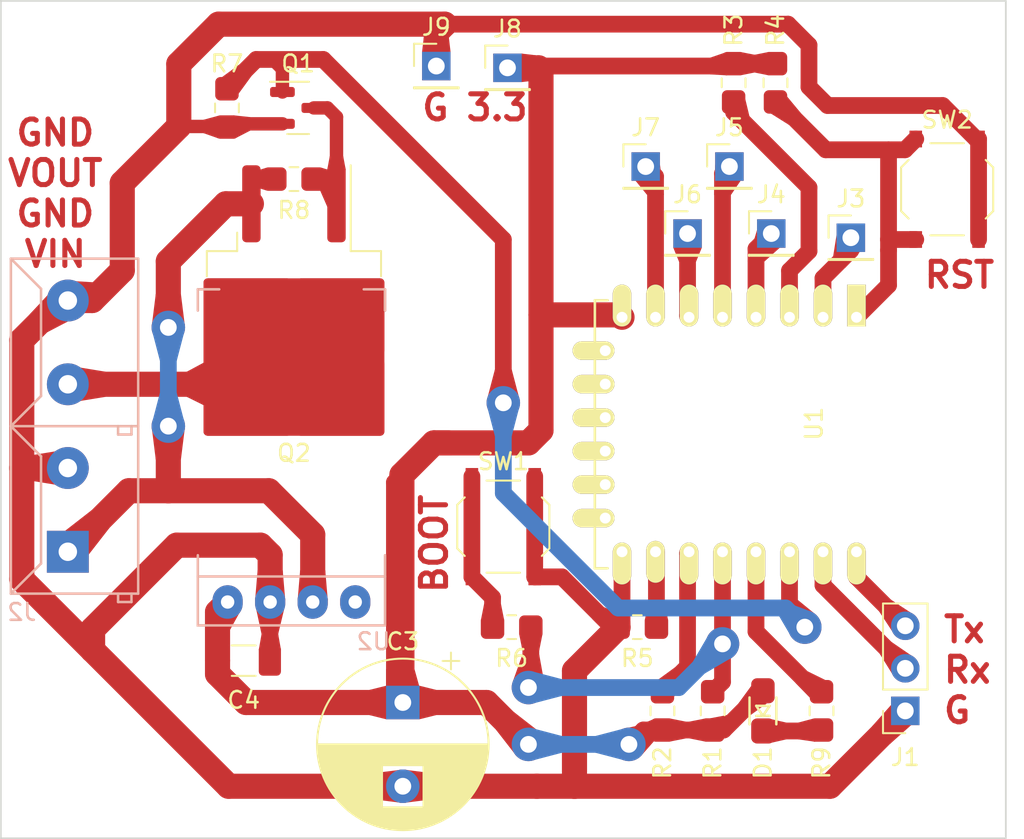
<source format=kicad_pcb>
(kicad_pcb (version 20221018) (generator pcbnew)

  (general
    (thickness 1.6)
  )

  (paper "A4")
  (layers
    (0 "F.Cu" signal)
    (31 "B.Cu" signal)
    (32 "B.Adhes" user "B.Adhesive")
    (33 "F.Adhes" user "F.Adhesive")
    (34 "B.Paste" user)
    (35 "F.Paste" user)
    (36 "B.SilkS" user "B.Silkscreen")
    (37 "F.SilkS" user "F.Silkscreen")
    (38 "B.Mask" user)
    (39 "F.Mask" user)
    (40 "Dwgs.User" user "User.Drawings")
    (41 "Cmts.User" user "User.Comments")
    (42 "Eco1.User" user "User.Eco1")
    (43 "Eco2.User" user "User.Eco2")
    (44 "Edge.Cuts" user)
    (45 "Margin" user)
    (46 "B.CrtYd" user "B.Courtyard")
    (47 "F.CrtYd" user "F.Courtyard")
    (48 "B.Fab" user)
    (49 "F.Fab" user)
    (50 "User.1" user)
    (51 "User.2" user)
    (52 "User.3" user)
    (53 "User.4" user)
    (54 "User.5" user)
    (55 "User.6" user)
    (56 "User.7" user)
    (57 "User.8" user)
    (58 "User.9" user)
  )

  (setup
    (pad_to_mask_clearance 0)
    (pcbplotparams
      (layerselection 0x00010fc_ffffffff)
      (plot_on_all_layers_selection 0x0000000_00000000)
      (disableapertmacros false)
      (usegerberextensions false)
      (usegerberattributes true)
      (usegerberadvancedattributes true)
      (creategerberjobfile true)
      (dashed_line_dash_ratio 12.000000)
      (dashed_line_gap_ratio 3.000000)
      (svgprecision 4)
      (plotframeref false)
      (viasonmask false)
      (mode 1)
      (useauxorigin false)
      (hpglpennumber 1)
      (hpglpenspeed 20)
      (hpglpendiameter 15.000000)
      (dxfpolygonmode true)
      (dxfimperialunits true)
      (dxfusepcbnewfont true)
      (psnegative false)
      (psa4output false)
      (plotreference true)
      (plotvalue true)
      (plotinvisibletext false)
      (sketchpadsonfab false)
      (subtractmaskfromsilk false)
      (outputformat 1)
      (mirror false)
      (drillshape 1)
      (scaleselection 1)
      (outputdirectory "")
    )
  )

  (net 0 "")
  (net 1 "+12V")
  (net 2 "GND")
  (net 3 "+3.3V")
  (net 4 "Net-(D1-K)")
  (net 5 "Net-(J1-Pin_2)")
  (net 6 "Net-(J1-Pin_3)")
  (net 7 "Net-(J2-Pin_3)")
  (net 8 "Net-(J4-Pin_1)")
  (net 9 "/RE_SW")
  (net 10 "Net-(Q1-D)")
  (net 11 "/GPIO0")
  (net 12 "/GPIO2")
  (net 13 "/EN")
  (net 14 "/nRST")
  (net 15 "/GPIO15")
  (net 16 "Net-(R6-Pad1)")
  (net 17 "/LED")
  (net 18 "unconnected-(U1-CS0-Pad17)")
  (net 19 "unconnected-(U1-MISO-Pad18)")
  (net 20 "unconnected-(U1-GPIO9-Pad19)")
  (net 21 "unconnected-(U1-GPIO10-Pad20)")
  (net 22 "unconnected-(U1-MOSI-Pad21)")
  (net 23 "unconnected-(U1-SCLK-Pad22)")
  (net 24 "Net-(J3-Pin_1)")
  (net 25 "Net-(J5-Pin_1)")
  (net 26 "Net-(J6-Pin_1)")
  (net 27 "Net-(J7-Pin_1)")
  (net 28 "unconnected-(U2-EN-Pad4)")

  (footprint "Button_Switch_SMD:SW_Push_1P1T_XKB_TS-1187A" (layer "F.Cu") (at 87.5 41.25 -90))

  (footprint "ondrovo:RC_0805_HandSolder_Largepad" (layer "F.Cu") (at 70.5 72.393 90))

  (footprint "ondrovo:RC_0805_HandSolder_Largepad" (layer "F.Cu") (at 61.5 67.393))

  (footprint "ondrovo:RC_0805_HandSolder_Largepad" (layer "F.Cu") (at 73.5 72.393 90))

  (footprint "ondrovo:RC_0805_HandSolder_Largepad" (layer "F.Cu") (at 69 67.393))

  (footprint "ondrovo:RC_0805_HandSolder_Largepad" (layer "F.Cu") (at 77.25 34.893 -90))

  (footprint "Capacitor_SMD:C_1206_3216Metric_Pad1.33x1.80mm_HandSolder" (layer "F.Cu") (at 45.5 69.393))

  (footprint "ondrovo:RC_0805_HandSolder_Largepad" (layer "F.Cu") (at 44.5 36.393 -90))

  (footprint "Connector_PinSocket_2.54mm:PinSocket_1x03_P2.54mm_Vertical" (layer "F.Cu") (at 85 72.393 180))

  (footprint "ondrovo:LED_0805_Arrow" (layer "F.Cu") (at 76.5 72.393 90))

  (footprint "Package_TO_SOT_SMD:TO-263-2" (layer "F.Cu") (at 48.5 49.768 -90))

  (footprint "esp8266:ESP-12E" (layer "F.Cu") (at 82.0875 48.893 -90))

  (footprint "Connector_PinHeader_2.54mm:PinHeader_1x01_P2.54mm_Vertical" (layer "F.Cu") (at 69.5 39.893))

  (footprint "Connector_PinHeader_2.54mm:PinHeader_1x01_P2.54mm_Vertical" (layer "F.Cu") (at 72 43.893))

  (footprint "Capacitor_THT:CP_Radial_D10.0mm_P5.00mm" (layer "F.Cu") (at 55 71.893 -90))

  (footprint "Connector_PinHeader_2.54mm:PinHeader_1x01_P2.54mm_Vertical" (layer "F.Cu") (at 77 43.893))

  (footprint "ondrovo:RC_0805_HandSolder_Largepad" (layer "F.Cu") (at 48.5 40.643))

  (footprint "ondrovo:RC_0805_HandSolder_Largepad" (layer "F.Cu") (at 80 72.393 -90))

  (footprint "Button_Switch_SMD:SW_Push_1P1T_XKB_TS-1187A" (layer "F.Cu") (at 61 61.393 -90))

  (footprint "Package_TO_SOT_SMD:SOT-23" (layer "F.Cu") (at 48.75 36.393))

  (footprint "ondrovo:RC_0805_HandSolder_Largepad" (layer "F.Cu") (at 74.75 34.893 -90))

  (footprint "Connector_PinHeader_2.54mm:PinHeader_1x01_P2.54mm_Vertical" (layer "F.Cu") (at 61.25 34))

  (footprint "Connector_PinHeader_2.54mm:PinHeader_1x01_P2.54mm_Vertical" (layer "F.Cu") (at 81.75 44.143))

  (footprint "Connector_PinHeader_2.54mm:PinHeader_1x01_P2.54mm_Vertical" (layer "F.Cu") (at 74.5 39.893))

  (footprint "Connector_PinHeader_2.54mm:PinHeader_1x01_P2.54mm_Vertical" (layer "F.Cu") (at 57 33.893))

  (footprint "ondrovo:OSKJ-SMPS" (layer "B.Cu") (at 44.54 65.893))

  (footprint "ondrovo:TerminalBlock_KLS301-5.00_4" (layer "B.Cu") (at 35 62.893 90))

  (gr_rect (start 31 30) (end 91 80)
    (stroke (width 0.1) (type default)) (fill none) (layer "Edge.Cuts") (tstamp 2c8b136f-56cb-4287-8dd1-acd037dc725e))
  (gr_text "GND\nVOUT\nGND\nVIN" (at 34.25 46) (layer "F.Cu") (tstamp 23ebc063-5928-4926-b45d-ae2035d40565)
    (effects (font (size 1.5 1.5) (thickness 0.3) bold) (justify bottom))
  )
  (gr_text "G 3.3" (at 56 37.25) (layer "F.Cu") (tstamp 8f674aa8-facb-4dc4-9ff2-a2ed6e8af222)
    (effects (font (size 1.5 1.5) (thickness 0.3) bold) (justify left bottom))
  )
  (gr_text "BOOT" (at 57.75 65.5 90) (layer "F.Cu") (tstamp a45ca702-801b-44a4-ad1e-4b0379ada069)
    (effects (font (size 1.5 1.5) (thickness 0.3) bold) (justify left bottom))
  )
  (gr_text "RST" (at 86 47.25) (layer "F.Cu") (tstamp c0c5d524-0c28-486c-9139-0ddd4b9003a8)
    (effects (font (size 1.5 1.5) (thickness 0.3) bold) (justify left bottom))
  )
  (gr_text "Tx\nRx\nG" (at 87.15 73.243) (layer "F.Cu") (tstamp f1ce31b2-a637-4db0-9880-47ad8c796dcf)
    (effects (font (size 1.5 1.5) (thickness 0.3) bold) (justify left bottom))
  )

  (segment (start 41 59.25) (end 41 55.393) (width 1.5) (layer "F.Cu") (net 1) (tstamp 06910c34-4ee4-485e-9c53-05f60ade3c5f))
  (segment (start 44.43261 42.118) (end 41 45.55061) (width 1.5) (layer "F.Cu") (net 1) (tstamp 10cfa475-f4e6-4bb5-a634-3de7b855add2))
  (segment (start 41 45.55061) (end 41 49.5) (width 1.5) (layer "F.Cu") (net 1) (tstamp 1bebbae2-d146-44ca-9d07-981f1db03893))
  (segment (start 45.96 42.118) (end 44.43261 42.118) (width 1.5) (layer "F.Cu") (net 1) (tstamp 273373fe-1fad-47a7-88c1-e24cdadf5e88))
  (segment (start 47 59.25) (end 41 59.25) (width 1.5) (layer "F.Cu") (net 1) (tstamp 3644fec9-1391-4191-9c6b-4476b0b32f1c))
  (segment (start 35 62.893) (end 38.643 59.25) (width 1.5) (layer "F.Cu") (net 1) (tstamp 37750173-cb14-427d-beea-d5c154c5f498))
  (segment (start 47.357 40.643) (end 45.96 40.643) (width 0.8) (layer "F.Cu") (net 1) (tstamp 464a2749-d02a-4dcb-a438-9326a18d5890))
  (segment (start 49.62 65.893) (end 49.62 61.87) (width 1.5) (layer "F.Cu") (net 1) (tstamp 71ca141d-c8db-4e96-9f6a-c9332f52b673))
  (segment (start 49.62 61.87) (end 47 59.25) (width 1.5) (layer "F.Cu") (net 1) (tstamp 8004eaca-4185-4832-8d6a-16645d4a0832))
  (segment (start 38.643 59.25) (end 41 59.25) (width 1.5) (layer "F.Cu") (net 1) (tstamp f7016363-a369-435d-937b-84aa800483d8))
  (via (at 41 49.5) (size 2) (drill 1) (layers "F.Cu" "B.Cu") (net 1) (tstamp 2da4e840-9808-4b76-b632-2348036711dc))
  (via (at 41 55.393) (size 2) (drill 1) (layers "F.Cu" "B.Cu") (net 1) (tstamp bdb70721-d8b0-4472-aac4-c8abc109c6cd))
  (segment (start 41 55.393) (end 41 49.5) (width 1) (layer "B.Cu") (net 1) (tstamp a7077fcd-76e5-47f9-98a9-6fc3bd90a0f6))
  (segment (start 32.25 64.543) (end 36.4785 68.7715) (width 1.5) (layer "F.Cu") (net 2) (tstamp 00d1b1da-a684-452e-b33f-acc1fef6fb6d))
  (segment (start 38.25 40.875) (end 41.625 37.5) (width 1.5) (layer "F.Cu") (net 2) (tstamp 0a11c5dc-105d-4077-a320-5da01bcfebd5))
  (segment (start 41.625 33.768) (end 44 31.393) (width 1.5) (layer "F.Cu") (net 2) (tstamp 12b864bc-ad51-404d-a055-d5cfcd6c48a5))
  (segment (start 80.5 76.893) (end 85 72.393) (width 1.5) (layer "F.Cu") (net 2) (tstamp 1504fd66-3195-42a0-9f48-47af71c83ce5))
  (segment (start 47.08 63.08) (end 46.5 62.5) (width 1.5) (layer "F.Cu") (net 2) (tstamp 1673193b-3552-4af5-836d-addd5698fd42))
  (segment (start 44 31.393) (end 57.5 31.393) (width 1.5) (layer "F.Cu") (net 2) (tstamp 18c03819-1c4c-4946-9ded-7932bc41de26))
  (segment (start 34.607 47.893) (end 32.25 50.25) (width 1.5) (layer "F.Cu") (net 2) (tstamp 1a648184-b1cb-4555-9795-5791b76ea6cf))
  (segment (start 79.25 35.143) (end 80.357 36.25) (width 1) (layer "F.Cu") (net 2) (tstamp 1fdc90a4-03d0-4255-bcee-f74cecfcba0e))
  (segment (start 41.5 62.5) (end 36.4785 67.5215) (width 1.5) (layer "F.Cu") (net 2) (tstamp 20deea61-c07f-4cb2-a108-e0bf80399708))
  (segment (start 62.875 64.393) (end 62.875 58.393) (width 1) (layer "F.Cu") (net 2) (tstamp 23863523-9964-4de4-974a-4fc42c7f8cdd))
  (segment (start 63 76.893) (end 65.25 76.893) (width 1.5) (layer "F.Cu") (net 2) (tstamp 26bb756a-5e4e-4690-8b80-713472fdfe7d))
  (segment (start 41.625 37.5) (end 41.625 33.768) (width 1.5) (layer "F.Cu") (net 2) (tstamp 2991ee76-b1cc-41b8-a1ce-4fefa8adf36c))
  (segment (start 65.25 76.893) (end 65.25 70) (width 1.5) (layer "F.Cu") (net 2) (tstamp 2e206729-431a-4085-ae6a-b444b3738733))
  (segment (start 32.25 50.25) (end 32.25 57.893) (width 1.5) (layer "F.Cu") (net 2) (tstamp 3f2179f0-b18e-4141-add1-ad270bfd12e7))
  (segment (start 44.5 37.536) (end 44.464 37.5) (width 0.8) (layer "F.Cu") (net 2) (tstamp 486d35bf-9705-482c-9179-657dd9834bd1))
  (segment (start 89.375 44.25) (end 89.375 38.25) (width 1) (layer "F.Cu") (net 2) (tstamp 543207f5-8e35-450b-be3b-f252a2084e70))
  (segment (start 35 47.893) (end 34.607 47.893) (width 1.5) (layer "F.Cu") (net 2) (tstamp 54458688-1e51-4e55-9bca-2a0819445144))
  (segment (start 47.8125 37.343) (end 44.693 37.343) (width 0.8) (layer "F.Cu") (net 2) (tstamp 5529eb6c-74d1-477b-8265-35796059e98e))
  (segment (start 36.4785 68.7715) (end 44.6 76.893) (width 1.5) (layer "F.Cu") (net 2) (tstamp 59d2d1f2-9e1d-4306-96d2-57acdd7ae311))
  (segment (start 68.0875 62.893) (end 68.0875 67.1625) (width 1) (layer "F.Cu") (net 2) (tstamp 5fae86ac-9a22-4c55-ad85-c261b85fcf25))
  (segment (start 62.875 64.393) (end 64.5 64.393) (width 1) (layer "F.Cu") (net 2) (tstamp 63a1b049-fa0c-4479-8e46-75f76bcf1002))
  (segment (start 80.357 36.25) (end 87.232 36.25) (width 1) (layer "F.Cu") (net 2) (tstamp 654a578a-3d58-4040-bb92-e0dc23af807a))
  (segment (start 47.08 65.893) (end 47.08 63.08) (width 1.5) (layer "F.Cu") (net 2) (tstamp 70abecf2-2e0a-4327-9dde-ef57ebc56a96))
  (segment (start 35 47.893) (end 36.454772 47.893) (width 1.5) (layer "F.Cu") (net 2) (tstamp 8043a0b8-6e0a-40a2-9ebd-44bab4292b55))
  (segment (start 47.0625 69.393) (end 47.0625 65.9105) (width 1) (layer "F.Cu") (net 2) (tstamp 80c1b0d9-d3ee-4b0d-b169-6dbfad9c50da))
  (segment (start 38.25 46.097772) (end 38.25 40.875) (width 1.5) (layer "F.Cu") (net 2) (tstamp 8b53c607-50e1-498e-bb5f-f9b3b00c7495))
  (segment (start 55 76.893) (end 63 76.893) (width 1.5) (layer "F.Cu") (net 2) (tstamp 8cf2a7df-6df1-4692-bcd1-a6c9ba92a6f0))
  (segment (start 65.25 70) (end 67.857 67.393) (width 1.5) (layer "F.Cu") (net 2) (tstamp 94f2d031-7dec-4a8b-9ec0-2a9e086eea81))
  (segment (start 36.454772 47.893) (end 38.25 46.097772) (width 1.5) (layer "F.Cu") (net 2) (tstamp 9937b06e-7077-4372-a052-ea49e27e48bc))
  (segment (start 79.25 32.643) (end 79.25 35.143) (width 1) (layer "F.Cu") (net 2) (tstamp 9b4dcca0-4426-4bd8-9d64-81022c40c7b3))
  (segment (start 57.5 31.393) (end 78 31.393) (width 1) (layer "F.Cu") (net 2) (tstamp a3d6cab4-aaf7-43e9-9222-3abf606c25f2))
  (segment (start 67.5 67.393) (end 67.857 67.393) (width 1) (layer "F.Cu") (net 2) (tstamp a3f4124f-6902-46e6-9334-76226be8a16b))
  (segment (start 64.5 64.393) (end 67.5 67.393) (width 1) (layer "F.Cu") (net 2) (tstamp accc1d29-7651-4f25-ae8d-66bfcec3efee))
  (segment (start 87.232 36.25) (end 89.232 38.25) (width 1) (layer "F.Cu") (net 2) (tstamp bb9f48a8-fff8-4a66-9353-2ae9b70186e2))
  (segment (start 68.0875 67.1625) (end 67.857 67.393) (width 1) (layer "F.Cu") (net 2) (tstamp c0f5bf89-8990-4037-902f-ce2ff125be5b))
  (segment (start 36.4785 67.5215) (end 36.4785 68.7715) (width 1.5) (layer "F.Cu") (net 2) (tstamp c9d8fde8-a15d-4c3f-88fd-41a2d2a0079f))
  (segment (start 46.5 62.5) (end 41.5 62.5) (width 1.5) (layer "F.Cu") (net 2) (tstamp cef7ce62-37e4-46b5-9319-558cc5e478db))
  (segment (start 78 31.393) (end 79.25 32.643) (width 1) (layer "F.Cu") (net 2) (tstamp d15e55a8-a00a-4ae0-b716-e05f151d6d07))
  (segment (start 44.6 76.893) (end 55 76.893) (width 1.5) (layer "F.Cu") (net 2) (tstamp d1dc8eff-5047-42a0-b3a0-057788a0eb04))
  (segment (start 44.464 37.5) (end 41.625 37.5) (width 0.8) (layer "F.Cu") (net 2) (tstamp d62debdd-6215-4ccf-baf8-e204b282d2e3))
  (segment (start 35 57.893) (end 32.25 57.893) (width 1.5) (layer "F.Cu") (net 2) (tstamp d6b5b362-3f3b-48d1-8aa5-4bc80080b410))
  (segment (start 57 31.893) (end 57.5 31.393) (width 1.5) (layer "F.Cu") (net 2) (tstamp f3410283-ef03-43de-b3f6-14031ec176a1))
  (segment (start 65.25 76.893) (end 80.5 76.893) (width 1.5) (layer "F.Cu") (net 2) (tstamp f3f137f3-a5b2-4cc7-9c51-af5c3330dc1b))
  (segment (start 32.25 57.893) (end 32.25 64.543) (width 1.5) (layer "F.Cu") (net 2) (tstamp fabbbbc6-dc38-4d25-adb0-61f5b88edf52))
  (segment (start 89.232 38.25) (end 89.375 38.25) (width 1) (layer "F.Cu") (net 2) (tstamp fbe25706-a526-44c3-9221-454e8222a168))
  (segment (start 57 33.893) (end 57 31.893) (width 1.5) (layer "F.Cu") (net 2) (tstamp ff740578-ffa7-4bbf-8075-c1919b723f8a))
  (segment (start 67.9445 48.75) (end 68.0875 48.893) (width 1.5) (layer "F.Cu") (net 3) (tstamp 0413235d-08cd-4198-ad80-89272323c1d2))
  (segment (start 56.857 56.393) (end 62.5 56.393) (width 1.5) (layer "F.Cu") (net 3) (tstamp 05c7f8db-f699-41dc-ab8e-fb3f4b2d1665))
  (segment (start 43.9375 66.4955) (end 44.54 65.893) (width 1.5) (layer "F.Cu") (net 3) (tstamp 0fbb1ef3-ed8f-4907-89f6-ec297d2c7429))
  (segment (start 56.857 56.393) (end 57.75 56.393) (width 1.5) (layer "F.Cu") (net 3) (tstamp 1380aa09-ab8a-4f9a-b85d-4428e67671bd))
  (segment (start 45.643 71.893) (end 55 71.893) (width 1.5) (layer "F.Cu") (net 3) (tstamp 25c074c1-50e8-445d-bbdb-524ef8d61dae))
  (segment (start 63.25 48.75) (end 67.9445 48.75) (width 1.5) (layer "F.Cu") (net 3) (tstamp 33bf29c8-bed3-45e4-8a5b-b7dc5a22fcb9))
  (segment (start 55 71.893) (end 60 71.893) (width 1.5) (layer "F.Cu") (net 3) (tstamp 3b2b501a-0ba6-449c-a0f0-a0890a0fb47d))
  (segment (start 60 71.893) (end 62.5 74.393) (width 1.5) (layer "F.Cu") (net 3) (tstamp 3f2df08d-9d39-44b5-a3d2-566e2275c9c9))
  (segment (start 63.25 55.643) (end 63.25 48.75) (width 1.5) (layer "F.Cu") (net 3) (tstamp 43015052-fbf0-40ee-a910-85cb5e4d24ef))
  (segment (start 43.9375 69.393) (end 43.9375 66.4955) (width 1.5) (layer "F.Cu") (net 3) (tstamp 4637cb4c-7e94-4eb5-bbe0-7b2064d9a6c7))
  (segment (start 63.25 48.143) (end 63.25 34.143) (width 1) (layer "F.Cu") (net 3) (tstamp 489940ac-8b8e-42e1-9300-647e1cfc6432))
  (segment (start 73.5 73.536) (end 74.157 73.536) (width 1) (layer "F.Cu") (net 3) (tstamp 4a7f1b12-7b28-4dcf-9a97-0870a47c95da))
  (segment (start 69.357 73.536) (end 68.5 74.393) (width 1) (layer "F.Cu") (net 3) (tstamp 4e508826-ee13-4249-8625-3c563db76272))
  (segment (start 43.9375 70.1875) (end 45.643 71.893) (width 1.5) (layer "F.Cu") (net 3) (tstamp 5e6ab2c7-da0b-4ed9-990d-55b88f3f6dfa))
  (segment (start 55 71.893) (end 54.945537 71.838537) (width 1.5) (layer "F.Cu") (net 3) (tstamp 6c13abab-78d2-431e-bff7-a8d981f61222))
  (segment (start 63.25 55.643) (end 63.25 48.143) (width 1) (layer "F.Cu") (net 3) (tstamp 6d00e3d1-67d7-463d-b66a-0824b3e64eb1))
  (segment (start 70.5 73.536) (end 73.5 73.536) (width 1) (layer "F.Cu") (net 3) (tstamp 6f43e4c0-63e5-46fc-a3c4-bcc5359f0c9d))
  (segment (start 43.9375 69.393) (end 43.9375 70.1875) (width 1.5) (layer "F.Cu") (net 3) (tstamp 8084b57b-bc94-4fe0-ac36-872c54b5f0c3))
  (segment (start 54.945537 71.838537) (end 54.945537 58.304463) (width 1.5) (layer "F.Cu") (net 3) (tstamp 8414b720-6114-45ff-a31a-255f2caff768))
  (segment (start 74.157 73.536) (end 76.5 71.193) (width 1) (layer "F.Cu") (net 3) (tstamp af7fde44-ab79-490a-b239-32574c832a91))
  (segment (start 63.25 48.75) (end 63.25 34.143) (width 1.5) (layer "F.Cu") (net 3) (tstamp b00e0f17-3172-4b0f-9963-898cb04b4eae))
  (segment (start 70.5 73.536) (end 69.357 73.536) (width 1) (layer "F.Cu") (net 3) (tstamp b1a92c8e-a210-4a5f-b0b0-212e498624db))
  (segment (start 54.945537 58.304463) (end 56.857 56.393) (width 1.5) (layer "F.Cu") (net 3) (tstamp b1b13ce3-0de7-45c2-b5d3-215dc69ff20a))
  (segment (start 54.5 58.75) (end 56.857 56.393) (width 1) (layer "F.Cu") (net 3) (tstamp b89ac774-c59e-43ae-ac22-643ed460f670))
  (segment (start 57.75 56.393) (end 62.5 56.393) (width 1) (layer "F.Cu") (net 3) (tstamp b8c687cd-b45a-459d-8e65-1cde48d426b1))
  (segment (start 74.607 33.893) (end 61.357 33.893) (width 1) (layer "F.Cu") (net 3) (tstamp c085f7ad-21aa-4f0c-8794-9b27856f7a38))
  (segment (start 54.5 71.393) (end 54.5 58.75) (width 1) (layer "F.Cu") (net 3) (tstamp c9615717-1dda-4d57-a4b1-4741bbbe6464))
  (segment (start 63.107 34) (end 63.25 34.143) (width 1.5) (layer "F.Cu") (net 3) (tstamp cda0ffe5-901d-4a8b-977b-e4ecab885e6b))
  (segment (start 77.25 33.75) (end 74.75 33.75) (width 1) (layer "F.Cu") (net 3) (tstamp e22d549b-7fdb-4525-b26e-063faa6b5ba3))
  (segment (start 62.5 56.393) (end 63.25 55.643) (width 1.5) (layer "F.Cu") (net 3) (tstamp f5d55d0e-d3ee-49f4-8d30-6be144fd2cbf))
  (segment (start 63.25 48.75) (end 63.25 48.143) (width 1) (layer "F.Cu") (net 3) (tstamp f70be688-482e-44d2-a166-41d97f5a265c))
  (segment (start 61.25 34) (end 63.107 34) (width 1.5) (layer "F.Cu") (net 3) (tstamp fbcc0e1f-6cc0-466f-aba5-ff89a65cc1b4))
  (via (at 68.5 74.393) (size 2) (drill 1) (layers "F.Cu" "B.Cu") (net 3) (tstamp 53c303f7-8854-47f8-869b-51abf5bb08ce))
  (via (at 62.5 74.393) (size 2) (drill 1) (layers "F.Cu" "B.Cu") (net 3) (tstamp 9839d768-1e7b-4858-b0b4-6e643a6babcb))
  (segment (start 68.5 74.393) (end 62.5 74.393) (width 1) (layer "B.Cu") (net 3) (tstamp 1117648f-1edc-404d-b65c-c6ef386274dd))
  (segment (start 76.5 73.593) (end 79.943 73.593) (width 1) (layer "F.Cu") (net 4) (tstamp 478443f4-bb1f-4ed0-92c2-8e828ad86787))
  (segment (start 80.0875 64.893) (end 80.0875 62.893) (width 1) (layer "F.Cu") (net 5) (tstamp 756202c4-802e-4dc4-9c4a-324facb76fee))
  (segment (start 85 69.853) (end 85 69.8055) (width 1) (layer "F.Cu") (net 5) (tstamp 9166d4de-0d9e-4202-8d09-2b048959408d))
  (segment (start 85 69.8055) (end 80.0875 64.893) (width 1) (layer "F.Cu") (net 5) (tstamp f613c574-50ce-4ce4-a226-18f7f3f5eeaa))
  (segment (start 82.0875 64.4005) (end 85 67.313) (width 1) (layer "F.Cu") (net 6) (tstamp 4d979876-9c89-4fd5-b63c-8586439e86da))
  (segment (start 82.0875 62.893) (end 82.0875 64.4005) (width 1) (layer "F.Cu") (net 6) (tstamp 5afb1288-2915-4b15-8d88-f3791f729647))
  (segment (start 44.925 52.893) (end 45.725 53.693) (width 1.5) (layer "F.Cu") (net 7) (tstamp 2674a76d-8b31-4688-a688-d12b6a097b3b))
  (segment (start 35 52.893) (end 46.875 52.893) (width 1) (layer "F.Cu") (net 7) (tstamp 30d5cebf-2949-4ee8-9819-4ba92f49e4f2))
  (segment (start 35 52.893) (end 44.925 52.893) (width 1.5) (layer "F.Cu") (net 7) (tstamp de3e50b5-6d5a-494f-9111-8ef7e52a1be4))
  (segment (start 76.0875 48.893) (end 76.0875 44.8055) (width 1) (layer "F.Cu") (net 8) (tstamp 2989f30f-d028-4bce-8f02-0ff843759c4a))
  (segment (start 76.0875 44.8055) (end 77 43.893) (width 1) (layer "F.Cu") (net 8) (tstamp 5dd7e736-e5c4-4923-8405-2c20ab40c3f2))
  (segment (start 44.5 35.25) (end 46.25 33.5) (width 1) (layer "F.Cu") (net 9) (tstamp 08d52c8f-fa6d-44f2-bb06-c617ba560132))
  (segment (start 50.25 33.5) (end 61 44.25) (width 1) (layer "F.Cu") (net 9) (tstamp 15af5676-5d21-47a7-a78d-d9b90565aaad))
  (segment (start 61 44.25) (end 61 54) (width 1) (layer "F.Cu") (net 9) (tstamp 8171fe09-35c6-4962-85af-98edc12a2a19))
  (segment (start 78.0875 66.4805) (end 79 67.393) (width 1) (layer "F.Cu") (net 9) (tstamp 8a4d7cc8-9049-4ac3-a1c8-af96cc7ce08f))
  (segment (start 78.0875 62.893) (end 78.0875 66.4805) (width 1) (layer "F.Cu") (net 9) (tstamp 96ee70d3-18a9-49da-be0c-ffb3ec5b337b))
  (segment (start 46.25 33.5) (end 50.25 33.5) (width 1) (layer "F.Cu") (net 9) (tstamp b8b5e7de-6358-433a-b2f0-c939f196e2b1))
  (segment (start 47.8125 34.0625) (end 47.25 33.5) (width 0.8) (layer "F.Cu") (net 9) (tstamp ba0b6301-fb28-4630-b101-fc464d9b08a4))
  (segment (start 47.25 33.5) (end 46.25 33.5) (width 0.8) (layer "F.Cu") (net 9) (tstamp de20fe88-0499-47ef-9580-4f4bfcc92765))
  (segment (start 47.8125 35.443) (end 47.8125 34.0625) (width 0.8) (layer "F.Cu") (net 9) (tstamp ee7f4ad8-ab0d-414c-bb84-6e16fa9ddbfd))
  (via (at 79 67.393) (size 2) (drill 1) (layers "F.Cu" "B.Cu") (net 9) (tstamp 65718c50-0728-412f-8d0d-36bc584a70be))
  (via (at 61 54) (size 2) (drill 1) (layers "F.Cu" "B.Cu") (net 9) (tstamp b6f0fcbf-e1a8-4b2f-8b30-8c2b60b1e81b))
  (segment (start 79 67.393) (end 77.857 66.25) (width 1) (layer "B.Cu") (net 9) (tstamp 0d213ab4-61ab-4bde-9847-f633873c58d7))
  (segment (start 67.857 66.25) (end 61 59.393) (width 1) (layer "B.Cu") (net 9) (tstamp 3e13319b-0f97-47e8-9a53-2ff9bead1412))
  (segment (start 77.857 66.25) (end 67.857 66.25) (width 1) (layer "B.Cu") (net 9) (tstamp 8c5e6ed2-2811-452c-8cb7-7b48442aa15c))
  (segment (start 61 59.393) (end 61 54) (width 1) (layer "B.Cu") (net 9) (tstamp f421b455-5954-4553-94cb-c1f176bcc2b5))
  (segment (start 49.6875 36.393) (end 50.5 36.393) (width 0.8) (layer "F.Cu") (net 10) (tstamp 2d1d78c9-e13e-48a5-931a-96e06f8934eb))
  (segment (start 51.04 36.933) (end 51.04 42.118) (width 0.8) (layer "F.Cu") (net 10) (tstamp 7b43f287-b4d5-49ea-b507-717360f6c769))
  (segment (start 50.5 36.393) (end 51.04 36.933) (width 0.8) (layer "F.Cu") (net 10) (tstamp 9281a05a-3ac1-4afb-822e-4e4002044816))
  (segment (start 51.107 40.643) (end 49.643 40.643) (width 0.8) (layer "F.Cu") (net 10) (tstamp be9c966e-7f60-43de-a299-5c41d795d9fe))
  (segment (start 62.643 70.857) (end 62.5 71) (width 1) (layer "F.Cu") (net 11) (tstamp 282271d4-8b17-433e-8aab-0a197bfcee31))
  (segment (start 62.643 67.393) (end 62.643 70.857) (width 1) (layer "F.Cu") (net 11) (tstamp 3d5b25fa-d63c-4730-a487-c5a0474bd180))
  (segment (start 74.0875 70.6625) (end 73.5 71.25) (width 1) (layer "F.Cu") (net 11) (tstamp 66e37082-6893-4ca5-8e07-1aedad6bcc5b))
  (segment (start 74.0875 62.893) (end 74.0875 70.6625) (width 1) (layer "F.Cu") (net 11) (tstamp 973848cf-48f7-4662-8aca-4353ee0ae53a))
  (via (at 62.5 71) (size 2) (drill 1) (layers "F.Cu" "B.Cu") (net 11) (tstamp 0aa61413-c699-42db-bbae-de7bda81df36))
  (via (at 74.0875 68.393) (size 2) (drill 1) (layers "F.Cu" "B.Cu") (net 11) (tstamp 61efafaf-5df0-4724-b738-9d561581e32c))
  (segment (start 62.5 71) (end 71.4805 71) (width 1) (layer "B.Cu") (net 11) (tstamp 213777e3-f83a-4158-9a41-3b2d33295b88))
  (segment (start 71.4805 71) (end 74.0875 68.393) (width 1) (layer "B.Cu") (net 11) (tstamp 400112a8-2b18-4794-9922-1349205b04db))
  (segment (start 72 62.9805) (end 72.0875 62.893) (width 1) (layer "F.Cu") (net 12) (tstamp 06448daa-fd40-437d-89d1-e68903c128bb))
  (segment (start 70.5 71.25) (end 72 69.75) (width 1) (layer "F.Cu") (net 12) (tstamp 55561617-e9c7-4cda-9058-59f561f30a6e))
  (segment (start 72 69.75) (end 72 62.9805) (width 1) (layer "F.Cu") (net 12) (tstamp 9c6ea39c-21c0-465e-9074-425eefd678f8))
  (segment (start 78.0875 48.893) (end 78.0875 46.108444) (width 1) (layer "F.Cu") (net 13) (tstamp 6764ed2d-f07c-4134-9c83-06eb2c67a51a))
  (segment (start 78.0875 46.108444) (end 79.25 44.945944) (width 1) (layer "F.Cu") (net 13) (tstamp 6dcdd743-83b9-4e9f-96c1-a42c0261c269))
  (segment (start 79.25 44.945944) (end 79.25 41.143) (width 1) (layer "F.Cu") (net 13) (tstamp 95d5b190-14ca-4935-b932-9d5ec9aecece))
  (segment (start 74.75 36.643) (end 74.75 36.036) (width 1) (layer "F.Cu") (net 13) (tstamp 9b265d68-a4fa-4cf4-bc8f-9d766dc01464))
  (segment (start 79.25 41.143) (end 74.75 36.643) (width 1) (layer "F.Cu") (net 13) (tstamp e59e773c-6816-4c3e-91be-8b0609ad31de))
  (segment (start 84 38.893) (end 80.25 38.893) (width 1) (layer "F.Cu") (net 14) (tstamp 19f3f431-2138-4e77-80cf-a46466bbc863))
  (segment (start 80.25 38.893) (end 77.393 36.036) (width 1) (layer "F.Cu") (net 14) (tstamp 28c1647b-80bc-4ae8-8e3d-69ccd023f695))
  (segment (start 84 46.9805) (end 84 44.893) (width 1) (layer "F.Cu") (net 14) (tstamp 34945631-5e6a-47b8-9177-98c2d65adcfb))
  (segment (start 84.982 38.893) (end 84 38.893) (width 1) (layer "F.Cu") (net 14) (tstamp 4deb1dd9-bccb-4a76-8072-a16bb633f030))
  (segment (start 85.625 38.25) (end 84.982 38.893) (width 1) (layer "F.Cu") (net 14) (tstamp 557675a6-a61a-4389-b8d5-84c346e156bd))
  (segment (start 82.0875 48.893) (end 84 46.9805) (width 1) (layer "F.Cu") (net 14) (tstamp 7b0e3e7e-10a8-4d30-bdd9-f052dcb2b8dd))
  (segment (start 84 44.25) (end 84 38.893) (width 1) (layer "F.Cu") (net 14) (tstamp 9afd0ffc-68cd-4691-af37-95369f668e38))
  (segment (start 84 44.893) (end 84 44.25) (width 1) (layer "F.Cu") (net 14) (tstamp b68af595-9d3d-4f93-821c-202c1864a4c8))
  (segment (start 85.625 44.25) (end 84 44.25) (width 1) (layer "F.Cu") (net 14) (tstamp b872616e-5131-4edb-b46d-5eeb5918742e))
  (segment (start 70.143 67.393) (end 70.143 62.9485) (width 1) (layer "F.Cu") (net 15) (tstamp 6d6b1d44-0403-4f20-9b94-82cad29b7fb2))
  (segment (start 70.143 62.9485) (end 70.0875 62.893) (width 1) (layer "F.Cu") (net 15) (tstamp d23791d6-cfb3-4af7-af88-f7639b4b87bf))
  (segment (start 60.357 65.625) (end 59.125 64.393) (width 1) (layer "F.Cu") (net 16) (tstamp 7373d129-ffda-41da-9bb8-48456da78d04))
  (segment (start 59.125 64.393) (end 59.125 58.393) (width 1) (layer "F.Cu") (net 16) (tstamp bb0f8ae5-e989-4bcc-95a1-7e19b46ea36c))
  (segment (start 60.357 67.393) (end 60.357 65.625) (width 1) (layer "F.Cu") (net 16) (tstamp e3a5c7e9-b403-4a9d-a20e-c995194952e3))
  (segment (start 76.0875 67.659) (end 76.0875 62.893) (width 1) (layer "F.Cu") (net 17) (tstamp 78df29c4-e154-4bb2-b376-331b9a36c858))
  (segment (start 80 71.25) (end 79.6785 71.25) (width 1) (layer "F.Cu") (net 17) (tstamp e3b00b28-9e86-466a-a192-80333babf098))
  (segment (start 79.6785 71.25) (end 76.0875 67.659) (width 1) (layer "F.Cu") (net 17) (tstamp ffb846ec-9260-4ca7-9503-b132f043a2e3))
  (segment (start 80.0875 46.5555) (end 81.75 44.893) (width 1) (layer "F.Cu") (net 24) (tstamp 33ce46e4-3a2b-4a9d-8023-f6cb845162cc))
  (segment (start 80.0875 48.893) (end 80.0875 46.5555) (width 1) (layer "F.Cu") (net 24) (tstamp bf121f15-7f81-40ff-bbd7-e2a9b4194528))
  (segment (start 81.75 44.893) (end 81.75 44.143) (width 1) (layer "F.Cu") (net 24) (tstamp f67a5f71-af97-468f-84c3-f7a4e8db7670))
  (segment (start 74.0875 40.3055) (end 74.5 39.893) (width 1) (layer "F.Cu") (net 25) (tstamp 09faa537-b871-49a6-a408-94f9bc977c6b))
  (segment (start 74.0875 48.893) (end 74.0875 40.3055) (width 1) (layer "F.Cu") (net 25) (tstamp 40018c8f-5709-4bfc-b2db-de374d73b2df))
  (segment (start 72 48.8055) (end 72.0875 48.893) (width 1) (layer "F.Cu") (net 26) (tstamp 98dba7b7-23b3-4a0a-b911-1836b55103f2))
  (segment (start 72 43.893) (end 72 48.8055) (width 1) (layer "F.Cu") (net 26) (tstamp df0345e7-1d4d-4900-8496-2d0f35a0cd09))
  (segment (start 70.0875 48.893) (end 70.0875 40.4805) (width 1) (layer "F.Cu") (net 27) (tstamp 5d710035-856d-42d3-b952-f60671a08fc2))
  (segment (start 70.0875 40.4805) (end 69.5 39.893) (width 1) (layer "F.Cu") (net 27) (tstamp e8bbc630-6f69-4ce5-be36-ed955abf1c2b))

  (zone (net 7) (net_name "Net-(J2-Pin_3)") (layer "F.Cu") (tstamp 000f5659-57c9-4028-9c4e-761cd7aeae7d) (name "$teardrop_padvia$") (hatch edge 0.5)
    (priority 30016)
    (attr (teardrop (type padvia)))
    (connect_pads yes (clearance 0))
    (min_thickness 0.0254) (filled_areas_thickness no)
    (fill (thermal_gap 0.5) (thermal_bridge_width 0.5) (island_removal_mode 1) (island_area_min 10))
    (polygon
      (pts
        (xy 37.25 53.393)
        (xy 37.25 52.393)
        (xy 35.723358 51.893)
        (xy 34.999 52.893)
        (xy 35.723358 53.893)
      )
    )
    (filled_polygon
      (layer "F.Cu")
      (pts
        (xy 35.731468 51.895656)
        (xy 37.241942 52.39036)
        (xy 37.248737 52.396192)
        (xy 37.25 52.401479)
        (xy 37.25 53.38452)
        (xy 37.246573 53.392793)
        (xy 37.241942 53.395639)
        (xy 35.731468 53.890343)
        (xy 35.722539 53.889661)
        (xy 35.718351 53.886088)
        (xy 35.003971 52.899864)
        (xy 35.001893 52.891153)
        (xy 35.003971 52.886136)
        (xy 35.718351 51.899911)
        (xy 35.725979 51.895222)
      )
    )
  )
  (zone (net 2) (net_name "GND") (layer "F.Cu") (tstamp 09cdeb0b-65c4-4286-bfb1-a90624cb10dc) (name "$teardrop_padvia$") (hatch edge 0.5)
    (priority 30027)
    (attr (teardrop (type padvia)))
    (connect_pads yes (clearance 0))
    (min_thickness 0.0254) (filled_areas_thickness no)
    (fill (thermal_gap 0.5) (thermal_bridge_width 0.5) (island_removal_mode 1) (island_area_min 10))
    (polygon
      (pts
        (xy 46.5625 67.789519)
        (xy 47.5625 67.789519)
        (xy 47.911492 66.337415)
        (xy 47.08 65.892)
        (xy 46.248508 66.337415)
      )
    )
    (filled_polygon
      (layer "F.Cu")
      (pts
        (xy 47.085525 65.894959)
        (xy 47.90353 66.33315)
        (xy 47.909204 66.340077)
        (xy 47.909381 66.346197)
        (xy 47.564655 67.780553)
        (xy 47.55939 67.787796)
        (xy 47.553279 67.789519)
        (xy 46.571941 67.789519)
        (xy 46.563668 67.786092)
        (xy 46.560505 67.780292)
        (xy 46.250372 66.346036)
        (xy 46.251973 66.337225)
        (xy 46.256283 66.33325)
        (xy 47.074475 65.894959)
        (xy 47.083386 65.894073)
      )
    )
  )
  (zone (net 2) (net_name "GND") (layer "F.Cu") (tstamp 0bd3c2c5-0ddd-4299-bce9-c7d4f5a46d59) (name "$teardrop_padvia$") (hatch edge 0.5)
    (priority 30006)
    (attr (teardrop (type padvia)))
    (connect_pads yes (clearance 0))
    (min_thickness 0.0254) (filled_areas_thickness no)
    (fill (thermal_gap 0.5) (thermal_bridge_width 0.5) (island_removal_mode 1) (island_area_min 10))
    (polygon
      (pts
        (xy 53 76.143)
        (xy 53 77.643)
        (xy 55 77.893)
        (xy 55.001 76.893)
        (xy 55 75.893)
      )
    )
    (filled_polygon
      (layer "F.Cu")
      (pts
        (xy 54.995496 75.897017)
        (xy 54.999923 75.904801)
        (xy 55.000013 75.90624)
        (xy 55.001 76.893)
        (xy 55.000013 77.879759)
        (xy 54.996578 77.888028)
        (xy 54.988301 77.891447)
        (xy 54.986862 77.891357)
        (xy 53.010249 77.644281)
        (xy 53.002465 77.639854)
        (xy 53 77.632671)
        (xy 53 76.153328)
        (xy 53.003427 76.145055)
        (xy 53.010249 76.141718)
        (xy 54.986862 75.894642)
      )
    )
  )
  (zone (net 27) (net_name "Net-(J7-Pin_1)") (layer "F.Cu") (tstamp 0c698158-f034-49b4-bfe2-6289d4a7f7f2) (name "$teardrop_padvia$") (hatch edge 0.5)
    (priority 30029)
    (attr (teardrop (type padvia)))
    (connect_pads yes (clearance 0))
    (min_thickness 0.0254) (filled_areas_thickness no)
    (fill (thermal_gap 0.5) (thermal_bridge_width 0.5) (island_removal_mode 1) (island_area_min 10))
    (polygon
      (pts
        (xy 69.5875 41.593)
        (xy 70.5875 41.593)
        (xy 70.35 39.749345)
        (xy 69.5 39.892)
        (xy 68.894652 40.743)
      )
    )
    (filled_polygon
      (layer "F.Cu")
      (pts
        (xy 70.346739 39.753367)
        (xy 70.351488 39.760958)
        (xy 70.351553 39.7614)
        (xy 70.5858 41.579805)
        (xy 70.583458 41.588448)
        (xy 70.575691 41.592904)
        (xy 70.574196 41.593)
        (xy 69.593057 41.593)
        (xy 69.584784 41.589573)
        (xy 69.583988 41.588692)
        (xy 68.900284 40.749909)
        (xy 68.897713 40.741331)
        (xy 68.899819 40.735735)
        (xy 69.497187 39.895954)
        (xy 69.504775 39.891199)
        (xy 69.504784 39.891197)
        (xy 70.338012 39.751356)
      )
    )
  )
  (zone (net 3) (net_name "+3.3V") (layer "F.Cu") (tstamp 17368276-eb28-4dff-9d90-bcae749c0b04) (name "$teardrop_padvia$") (hatch edge 0.5)
    (priority 30052)
    (attr (teardrop (type padvia)))
    (connect_pads yes (clearance 0))
    (min_thickness 0.0254) (filled_areas_thickness no)
    (fill (thermal_gap 0.5) (thermal_bridge_width 0.5) (island_removal_mode 1) (island_area_min 10))
    (polygon
      (pts
        (xy 71.899999 74.036)
        (xy 71.899999 73.036)
        (xy 71.012122 72.859167)
        (xy 70.499 73.536)
        (xy 71.012122 74.212833)
      )
    )
    (filled_polygon
      (layer "F.Cu")
      (pts
        (xy 71.019305 72.860597)
        (xy 71.890584 73.034124)
        (xy 71.898029 73.039101)
        (xy 71.899999 73.045599)
        (xy 71.899999 74.0264)
        (xy 71.896572 74.034673)
        (xy 71.890584 74.037875)
        (xy 71.019305 74.211402)
        (xy 71.010522 74.209657)
        (xy 71.007696 74.206995)
        (xy 70.504358 73.543068)
        (xy 70.502091 73.534405)
        (xy 70.504358 73.528932)
        (xy 71.007696 72.865004)
        (xy 71.015425 72.860481)
      )
    )
  )
  (zone (net 4) (net_name "Net-(D1-K)") (layer "F.Cu") (tstamp 18953c54-f856-4d0d-b57f-66c4d7f22c96) (name "$teardrop_padvia$") (hatch edge 0.5)
    (priority 30049)
    (attr (teardrop (type padvia)))
    (connect_pads yes (clearance 0))
    (min_thickness 0.0254) (filled_areas_thickness no)
    (fill (thermal_gap 0.5) (thermal_bridge_width 0.5) (island_removal_mode 1) (island_area_min 10))
    (polygon
      (pts
        (xy 77.9 74.093)
        (xy 77.9 73.093)
        (xy 77.018896 72.893)
        (xy 76.499 73.593)
        (xy 77.018896 74.293)
      )
    )
    (filled_polygon
      (layer "F.Cu")
      (pts
        (xy 77.026332 72.894687)
        (xy 77.89089 73.090932)
        (xy 77.898199 73.096105)
        (xy 77.9 73.102342)
        (xy 77.9 74.083657)
        (xy 77.896573 74.09193)
        (xy 77.89089 74.095067)
        (xy 77.026332 74.291312)
        (xy 77.017505 74.289801)
        (xy 77.014349 74.286878)
        (xy 76.504181 73.599976)
        (xy 76.501999 73.591291)
        (xy 76.504181 73.586024)
        (xy 77.014349 72.899121)
        (xy 77.022033 72.894522)
      )
    )
  )
  (zone (net 17) (net_name "/LED") (layer "F.Cu") (tstamp 1c41c519-0eb7-4926-9b96-8bfce1d678f1) (name "$teardrop_padvia$") (hatch edge 0.5)
    (priority 30043)
    (attr (teardrop (type padvia)))
    (connect_pads yes (clearance 0))
    (min_thickness 0.0254) (filled_areas_thickness no)
    (fill (thermal_gap 0.5) (thermal_bridge_width 0.5) (island_removal_mode 1) (island_area_min 10))
    (polygon
      (pts
        (xy 79.158579 70.022972)
        (xy 78.451472 70.730079)
        (xy 79.3 71.605543)
        (xy 80.000707 71.250707)
        (xy 80.22834 70.55)
      )
    )
    (filled_polygon
      (layer "F.Cu")
      (pts
        (xy 79.166097 70.026675)
        (xy 80.219253 70.545523)
        (xy 80.22516 70.552253)
        (xy 80.22521 70.559633)
        (xy 80.002209 71.246081)
        (xy 79.996393 71.252891)
        (xy 79.996367 71.252904)
        (xy 79.307688 71.601649)
        (xy 79.298759 71.602329)
        (xy 79.294001 71.599354)
        (xy 78.459488 70.73835)
        (xy 78.45619 70.730024)
        (xy 78.459616 70.721934)
        (xy 79.152653 70.028897)
        (xy 79.160926 70.02547)
      )
    )
  )
  (zone (net 11) (net_name "/GPIO0") (layer "F.Cu") (tstamp 1ef1c5eb-cf8d-419d-8721-2bd2e0451a07) (name "$teardrop_padvia$") (hatch edge 0.5)
    (priority 30019)
    (attr (teardrop (type padvia)))
    (connect_pads yes (clearance 0))
    (min_thickness 0.0254) (filled_areas_thickness no)
    (fill (thermal_gap 0.5) (thermal_bridge_width 0.5) (island_removal_mode 1) (island_area_min 10))
    (polygon
      (pts
        (xy 63.143 69.028444)
        (xy 62.143 69.028444)
        (xy 61.57612 70.617317)
        (xy 62.5 71.001)
        (xy 63.5 71)
      )
    )
    (filled_polygon
      (layer "F.Cu")
      (pts
        (xy 63.141501 69.031871)
        (xy 63.144741 69.038059)
        (xy 63.497506 70.986228)
        (xy 63.495608 70.99498)
        (xy 63.488078 70.999826)
        (xy 63.486005 71.000013)
        (xy 62.502338 71.000997)
        (xy 62.497839 71.000102)
        (xy 61.586389 70.621581)
        (xy 61.580062 70.615243)
        (xy 61.579856 70.606844)
        (xy 62.140229 69.036212)
        (xy 62.146237 69.029572)
        (xy 62.151249 69.028444)
        (xy 63.133228 69.028444)
      )
    )
  )
  (zone (net 1) (net_name "+12V") (layer "F.Cu") (tstamp 24423b0a-402c-4640-a307-e30e284c670a) (name "$teardrop_padvia$") (hatch edge 0.5)
    (priority 30008)
    (attr (teardrop (type padvia)))
    (connect_pads yes (clearance 0))
    (min_thickness 0.0254) (filled_areas_thickness no)
    (fill (thermal_gap 0.5) (thermal_bridge_width 0.5) (island_removal_mode 1) (island_area_min 10))
    (polygon
      (pts
        (xy 41.75 47.5)
        (xy 40.25 47.5)
        (xy 40 49.5)
        (xy 41 49.501)
        (xy 42 49.5)
      )
    )
    (filled_polygon
      (layer "F.Cu")
      (pts
        (xy 41.747944 47.503427)
        (xy 41.751281 47.510249)
        (xy 41.998357 49.486862)
        (xy 41.995982 49.495496)
        (xy 41.988198 49.499923)
        (xy 41.986759 49.500013)
        (xy 41 49.501)
        (xy 40.01324 49.500013)
        (xy 40.004971 49.496578)
        (xy 40.001552 49.488301)
        (xy 40.001642 49.486862)
        (xy 40.248719 47.510249)
        (xy 40.253146 47.502465)
        (xy 40.260329 47.5)
        (xy 41.739671 47.5)
      )
    )
  )
  (zone (net 11) (net_name "/GPIO0") (layer "F.Cu") (tstamp 30669a23-04c7-4e0f-8ddc-866ec8799992) (name "$teardrop_padvia$") (hatch edge 0.5)
    (priority 30055)
    (attr (teardrop (type padvia)))
    (connect_pads yes (clearance 0))
    (min_thickness 0.0254) (filled_areas_thickness no)
    (fill (thermal_gap 0.5) (thermal_bridge_width 0.5) (island_removal_mode 1) (island_area_min 10))
    (polygon
      (pts
        (xy 62.143 68.792999)
        (xy 63.143 68.792999)
        (xy 63.319833 67.905122)
        (xy 62.643 67.392)
        (xy 61.966167 67.905122)
      )
    )
    (filled_polygon
      (layer "F.Cu")
      (pts
        (xy 62.650068 67.397358)
        (xy 63.313995 67.900696)
        (xy 63.318518 67.908425)
        (xy 63.318402 67.912305)
        (xy 63.144875 68.783584)
        (xy 63.139898 68.791029)
        (xy 63.1334 68.792999)
        (xy 62.1526 68.792999)
        (xy 62.144327 68.789572)
        (xy 62.141125 68.783584)
        (xy 61.967597 67.912305)
        (xy 61.969342 67.903522)
        (xy 61.972004 67.900696)
        (xy 62.635932 67.397358)
        (xy 62.644595 67.395091)
      )
    )
  )
  (zone (net 3) (net_name "+3.3V") (layer "F.Cu") (tstamp 318da3e0-06ce-4ce0-bc17-7e7fef6c6336) (name "$teardrop_padvia$") (hatch edge 0.5)
    (priority 30023)
    (attr (teardrop (type padvia)))
    (connect_pads yes (clearance 0))
    (min_thickness 0.0254) (filled_areas_thickness no)
    (fill (thermal_gap 0.5) (thermal_bridge_width 0.5) (island_removal_mode 1) (island_area_min 10))
    (polygon
      (pts
        (xy 43.1875 67.552045)
        (xy 44.6875 67.552045)
        (xy 45.293325 66.454398)
        (xy 44.54 65.892)
        (xy 43.666087 65.661849)
      )
    )
    (filled_polygon
      (layer "F.Cu")
      (pts
        (xy 43.677509 65.664857)
        (xy 44.537803 65.891421)
        (xy 44.541822 65.89336)
        (xy 45.285153 66.448297)
        (xy 45.289733 66.455992)
        (xy 45.288397 66.463326)
        (xy 44.690837 67.545999)
        (xy 44.683839 67.551586)
        (xy 44.680594 67.552045)
        (xy 43.202532 67.552045)
        (xy 43.194259 67.548618)
        (xy 43.190832 67.540345)
        (xy 43.19119 67.537473)
        (xy 43.663187 65.673299)
        (xy 43.66854 65.66612)
        (xy 43.677401 65.664829)
      )
    )
  )
  (zone (net 25) (net_name "Net-(J5-Pin_1)") (layer "F.Cu") (tstamp 3630a6f1-cdc1-4fb7-b344-bf18039f6f0b) (name "$teardrop_padvia$") (hatch edge 0.5)
    (priority 30031)
    (attr (teardrop (type padvia)))
    (connect_pads yes (clearance 0))
    (min_thickness 0.0254) (filled_areas_thickness no)
    (fill (thermal_gap 0.5) (thermal_bridge_width 0.5) (island_removal_mode 1) (island_area_min 10))
    (polygon
      (pts
        (xy 73.5875 41.593)
        (xy 74.5875 41.593)
        (xy 75.168265 40.743)
        (xy 74.5 39.892)
        (xy 73.65 39.790409)
      )
    )
    (filled_polygon
      (layer "F.Cu")
      (pts
        (xy 73.662639 39.791919)
        (xy 74.495181 39.891424)
        (xy 74.502989 39.895808)
        (xy 74.502995 39.895815)
        (xy 75.162968 40.736255)
        (xy 75.165382 40.744878)
        (xy 75.163426 40.750081)
        (xy 74.590985 41.5879)
        (xy 74.583489 41.592798)
        (xy 74.581325 41.593)
        (xy 73.599613 41.593)
        (xy 73.59134 41.589573)
        (xy 73.587913 41.5813)
        (xy 73.58792 41.580895)
        (xy 73.649558 39.803131)
        (xy 73.653269 39.794981)
        (xy 73.661656 39.791843)
      )
    )
  )
  (zone (net 3) (net_name "+3.3V") (layer "F.Cu") (tstamp 3ab1c9da-0dba-4220-bd62-cb7ba4d10b4f) (name "$teardrop_padvia$") (hatch edge 0.5)
    (priority 30025)
    (attr (teardrop (type padvia)))
    (connect_pads yes (clearance 0))
    (min_thickness 0.0254) (filled_areas_thickness no)
    (fill (thermal_gap 0.5) (thermal_bridge_width 0.5) (island_removal_mode 1) (island_area_min 10))
    (polygon
      (pts
        (xy 70.14502 74.036)
        (xy 70.14502 73.036)
        (xy 68.117317 73.46912)
        (xy 68.499 74.393)
        (xy 69.207107 75.100107)
      )
    )
    (filled_polygon
      (layer "F.Cu")
      (pts
        (xy 70.139682 73.040644)
        (xy 70.144762 73.048019)
        (xy 70.14502 73.050463)
        (xy 70.14502 74.03158)
        (xy 70.142097 74.039316)
        (xy 69.21534 75.090765)
        (xy 69.207299 75.094706)
        (xy 69.198827 75.091806)
        (xy 69.198296 75.091308)
        (xy 68.500654 74.394652)
        (xy 68.498107 74.39084)
        (xy 68.122677 73.482096)
        (xy 68.122686 73.473142)
        (xy 68.129024 73.466815)
        (xy 68.131047 73.466187)
        (xy 70.130876 73.039021)
      )
    )
  )
  (zone (net 2) (net_name "GND") (layer "F.Cu") (tstamp 3c1c8d33-3cfd-4159-a790-7a6b39aefede) (name "$teardrop_padvia$") (hatch edge 0.5)
    (priority 30017)
    (attr (teardrop (type padvia)))
    (connect_pads yes (clearance 0))
    (min_thickness 0.0254) (filled_areas_thickness no)
    (fill (thermal_gap 0.5) (thermal_bridge_width 0.5) (island_removal_mode 1) (island_area_min 10))
    (polygon
      (pts
        (xy 37.547413 47.861019)
        (xy 36.486753 46.800359)
        (xy 35.423523 46.737136)
        (xy 34.999293 47.893707)
        (xy 35.979551 48.658386)
      )
    )
    (filled_polygon
      (layer "F.Cu")
      (pts
        (xy 36.482316 46.800095)
        (xy 36.489895 46.803501)
        (xy 37.536016 47.849622)
        (xy 37.539443 47.857895)
        (xy 37.536016 47.866168)
        (xy 37.533047 47.868324)
        (xy 35.986183 48.655012)
        (xy 35.977255 48.655708)
        (xy 35.973683 48.653808)
        (xy 35.006018 47.898953)
        (xy 35.001602 47.891163)
        (xy 35.00223 47.885699)
        (xy 35.420527 46.745302)
        (xy 35.426593 46.738715)
        (xy 35.432205 46.737652)
      )
    )
  )
  (zone (net 5) (net_name "Net-(J1-Pin_2)") (layer "F.Cu") (tstamp 3d8bc2b3-f128-49cc-a95a-ef3346129d54) (name "$teardrop_padvia$") (hatch edge 0.5)
    (priority 30030)
    (attr (teardrop (type padvia)))
    (connect_pads yes (clearance 0))
    (min_thickness 0.0254) (filled_areas_thickness no)
    (fill (thermal_gap 0.5) (thermal_bridge_width 0.5) (island_removal_mode 1) (island_area_min 10))
    (polygon
      (pts
        (xy 84.179946 68.278339)
        (xy 83.472839 68.985446)
        (xy 84.214702 70.178281)
        (xy 85.000707 69.853707)
        (xy 85.601041 69.251959)
      )
    )
    (filled_polygon
      (layer "F.Cu")
      (pts
        (xy 84.187961 68.28383)
        (xy 85.589432 69.244005)
        (xy 85.59432 69.251508)
        (xy 85.592471 69.26027)
        (xy 85.591102 69.26192)
        (xy 85.00236 69.852049)
        (xy 84.998543 69.8546)
        (xy 84.223866 70.174496)
        (xy 84.214911 70.174487)
        (xy 84.209465 70.169861)
        (xy 83.477743 68.993331)
        (xy 83.476283 68.984496)
        (xy 83.479405 68.978879)
        (xy 84.173075 68.285209)
        (xy 84.181348 68.281782)
      )
    )
  )
  (zone (net 3) (net_name "+3.3V") (layer "F.Cu") (tstamp 3ebf092c-9e51-46eb-9969-dc2354ca57ad) (name "$teardrop_padvia$") (hatch edge 0.5)
    (priority 30058)
    (attr (teardrop (type padvia)))
    (connect_pads yes (clearance 0))
    (min_thickness 0.0254) (filled_areas_thickness no)
    (fill (thermal_gap 0.5) (thermal_bridge_width 0.5) (island_removal_mode 1) (island_area_min 10))
    (polygon
      (pts
        (xy 75.850001 33.25)
        (xy 75.850001 34.25)
        (xy 76.737878 34.426833)
        (xy 77.251 33.75)
        (xy 76.737878 33.073167)
      )
    )
    (filled_polygon
      (layer "F.Cu")
      (pts
        (xy 76.739477 33.076342)
        (xy 76.742303 33.079004)
        (xy 77.245641 33.742931)
        (xy 77.247908 33.751594)
        (xy 77.245641 33.757067)
        (xy 76.742303 34.420995)
        (xy 76.734574 34.425518)
        (xy 76.730694 34.425402)
        (xy 75.859416 34.251875)
        (xy 75.851971 34.246898)
        (xy 75.850001 34.2404)
        (xy 75.850001 33.259599)
        (xy 75.853428 33.251326)
        (xy 75.859416 33.248124)
        (xy 76.730694 33.074597)
      )
    )
  )
  (zone (net 3) (net_name "+3.3V") (layer "F.Cu") (tstamp 44270d92-7778-46c1-a049-5925977aabe9) (name "$teardrop_padvia$") (hatch edge 0.5)
    (priority 30057)
    (attr (teardrop (type padvia)))
    (connect_pads yes (clearance 0))
    (min_thickness 0.0254) (filled_areas_thickness no)
    (fill (thermal_gap 0.5) (thermal_bridge_width 0.5) (island_removal_mode 1) (island_area_min 10))
    (polygon
      (pts
        (xy 76.149999 34.25)
        (xy 76.149999 33.25)
        (xy 75.262122 33.073167)
        (xy 74.749 33.75)
        (xy 75.262122 34.426833)
      )
    )
    (filled_polygon
      (layer "F.Cu")
      (pts
        (xy 75.269305 33.074597)
        (xy 76.140584 33.248124)
        (xy 76.148029 33.253101)
        (xy 76.149999 33.259599)
        (xy 76.149999 34.2404)
        (xy 76.146572 34.248673)
        (xy 76.140584 34.251875)
        (xy 75.269305 34.425402)
        (xy 75.260522 34.423657)
        (xy 75.257696 34.420995)
        (xy 74.754358 33.757068)
        (xy 74.752091 33.748405)
        (xy 74.754358 33.742932)
        (xy 75.257696 33.079004)
        (xy 75.265425 33.074481)
      )
    )
  )
  (zone (net 10) (net_name "Net-(Q1-D)") (layer "F.Cu") (tstamp 48d1c3f1-d8ff-4baf-be58-0b979249940d) (name "$teardrop_padvia$") (hatch edge 0.5)
    (priority 30063)
    (attr (teardrop (type padvia)))
    (connect_pads yes (clearance 0))
    (min_thickness 0.0254) (filled_areas_thickness no)
    (fill (thermal_gap 0.5) (thermal_bridge_width 0.5) (island_removal_mode 1) (island_area_min 10))
    (polygon
      (pts
        (xy 49.94 40.243)
        (xy 49.94 41.043)
        (xy 50.49 42.299295)
        (xy 51.041 42.118)
        (xy 50.49 40.460363)
      )
    )
    (filled_polygon
      (layer "F.Cu")
      (pts
        (xy 49.956 40.249323)
        (xy 50.484919 40.458355)
        (xy 50.491354 40.464583)
        (xy 50.491722 40.465545)
        (xy 51.037298 42.106862)
        (xy 51.036655 42.115794)
        (xy 51.029886 42.121656)
        (xy 51.029852 42.121667)
        (xy 50.500107 42.295969)
        (xy 50.491177 42.295299)
        (xy 50.485732 42.289547)
        (xy 49.940982 41.045243)
        (xy 49.94 41.040551)
        (xy 49.94 40.260204)
        (xy 49.943427 40.251931)
        (xy 49.9517 40.248504)
      )
    )
  )
  (zone (net 10) (net_name "Net-(Q1-D)") (layer "F.Cu") (tstamp 4f9c9b0d-b00f-4d78-a184-3c36efa8b794) (name "$teardrop_padvia$") (hatch edge 0.5)
    (priority 30036)
    (attr (teardrop (type padvia)))
    (connect_pads yes (clearance 0))
    (min_thickness 0.0254) (filled_areas_thickness no)
    (fill (thermal_gap 0.5) (thermal_bridge_width 0.5) (island_removal_mode 1) (island_area_min 10))
    (polygon
      (pts
        (xy 51.44 39.268)
        (xy 50.64 39.268)
        (xy 50.49 40.068)
        (xy 51.04 42.119)
        (xy 51.59 40.067999)
      )
    )
    (filled_polygon
      (layer "F.Cu")
      (pts
        (xy 51.438563 39.271427)
        (xy 51.44179 39.277544)
        (xy 51.589509 40.065383)
        (xy 51.58931 40.070569)
        (xy 51.0513 42.076857)
        (xy 51.045847 42.083961)
        (xy 51.036969 42.085128)
        (xy 51.029865 42.079675)
        (xy 51.028698 42.076857)
        (xy 50.490689 40.07057)
        (xy 50.49049 40.065384)
        (xy 50.63821 39.277544)
        (xy 50.643103 39.270044)
        (xy 50.64971 39.268)
        (xy 51.43029 39.268)
      )
    )
  )
  (zone (net 3) (net_name "+3.3V") (layer "F.Cu") (tstamp 539827f5-71d2-4ec5-b4a2-7e1deca306b1) (name "$teardrop_padvia$") (hatch edge 0.5)
    (priority 30018)
    (attr (teardrop (type padvia)))
    (connect_pads yes (clearance 0))
    (min_thickness 0.0254) (filled_areas_thickness no)
    (fill (thermal_gap 0.5) (thermal_bridge_width 0.5) (island_removal_mode 1) (island_area_min 10))
    (polygon
      (pts
        (xy 55 69.893)
        (xy 54 69.893)
        (xy 54 72.017045)
        (xy 55 71.894)
        (xy 55.780621 70.893)
      )
    )
    (filled_polygon
      (layer "F.Cu")
      (pts
        (xy 55.002564 69.896427)
        (xy 55.003514 69.897501)
        (xy 55.775004 70.885804)
        (xy 55.777393 70.894434)
        (xy 55.775007 70.900198)
        (xy 55.002982 71.890175)
        (xy 54.995192 71.894592)
        (xy 54.995185 71.894592)
        (xy 54.013129 72.015429)
        (xy 54.004499 72.013039)
        (xy 54.000088 72.005246)
        (xy 54 72.003817)
        (xy 54 69.9047)
        (xy 54.003427 69.896427)
        (xy 54.0117 69.893)
        (xy 54.994291 69.893)
      )
    )
  )
  (zone (net 3) (net_name "+3.3V") (layer "F.Cu") (tstamp 5c9c2c4f-52e8-41a0-bce8-cd0907fd6060) (name "$teardrop_padvia$") (hatch edge 0.5)
    (priority 30021)
    (attr (teardrop (type padvia)))
    (connect_pads yes (clearance 0))
    (min_thickness 0.0254) (filled_areas_thickness no)
    (fill (thermal_gap 0.5) (thermal_bridge_width 0.5) (island_removal_mode 1) (island_area_min 10))
    (polygon
      (pts
        (xy 53 71.143)
        (xy 53 72.643)
        (xy 54 72.893)
        (xy 55.001 71.893)
        (xy 54 70.893)
      )
    )
    (filled_polygon
      (layer "F.Cu")
      (pts
        (xy 54.002435 70.895923)
        (xy 54.004684 70.897679)
        (xy 54.992714 71.884723)
        (xy 54.996145 71.892994)
        (xy 54.992722 71.901269)
        (xy 54.992714 71.901277)
        (xy 54.004684 72.88832)
        (xy 53.996409 72.891743)
        (xy 53.993577 72.891394)
        (xy 53.008862 72.645215)
        (xy 53.001667 72.639884)
        (xy 53 72.633864)
        (xy 53 71.152135)
        (xy 53.003427 71.143862)
        (xy 53.008862 71.140784)
        (xy 53.993577 70.894605)
      )
    )
  )
  (zone (net 7) (net_name "Net-(J2-Pin_3)") (layer "F.Cu") (tstamp 5fefed19-4ab9-4e35-b84c-2ff3bc1818bc) (name "$teardrop_padvia$") (hatch edge 0.5)
    (priority 30010)
    (attr (teardrop (type padvia)))
    (connect_pads yes (clearance 0))
    (min_thickness 0.0254) (filled_areas_thickness no)
    (fill (thermal_gap 0.5) (thermal_bridge_width 0.5) (island_removal_mode 1) (island_area_min 10))
    (polygon
      (pts
        (xy 37.25 53.643)
        (xy 37.25 52.143)
        (xy 35.723358 51.893)
        (xy 34.999 52.893)
        (xy 35.723358 53.893)
      )
    )
    (filled_polygon
      (layer "F.Cu")
      (pts
        (xy 35.730486 51.894167)
        (xy 37.240191 52.141393)
        (xy 37.247801 52.146112)
        (xy 37.25 52.152939)
        (xy 37.25 53.63306)
        (xy 37.246573 53.641333)
        (xy 37.240191 53.644606)
        (xy 35.730486 53.891832)
        (xy 35.721768 53.889787)
        (xy 35.71912 53.88715)
        (xy 35.003971 52.899864)
        (xy 35.001893 52.891153)
        (xy 35.003971 52.886136)
        (xy 35.71912 51.898849)
        (xy 35.726748 51.89416)
      )
    )
  )
  (zone (net 9) (net_name "/RE_SW") (layer "F.Cu") (tstamp 63d1f25a-8dab-4ad2-b0b8-e0a78f5319f7) (name "$teardrop_padvia$") (hatch edge 0.5)
    (priority 30024)
    (attr (teardrop (type padvia)))
    (connect_pads yes (clearance 0))
    (min_thickness 0.0254) (filled_areas_thickness no)
    (fill (thermal_gap 0.5) (thermal_bridge_width 0.5) (island_removal_mode 1) (island_area_min 10))
    (polygon
      (pts
        (xy 61.5 52)
        (xy 60.5 52)
        (xy 60.07612 53.617317)
        (xy 61 54.001)
        (xy 61.92388 53.617317)
      )
    )
    (filled_polygon
      (layer "F.Cu")
      (pts
        (xy 61.499244 52.003427)
        (xy 61.502289 52.008734)
        (xy 61.921295 53.607456)
        (xy 61.920077 53.616327)
        (xy 61.914464 53.621227)
        (xy 61.004486 53.999136)
        (xy 60.995532 53.999145)
        (xy 60.995512 53.999136)
        (xy 60.085535 53.621227)
        (xy 60.079208 53.614889)
        (xy 60.078704 53.607456)
        (xy 60.497711 52.008734)
        (xy 60.503124 52.0016)
        (xy 60.509029 52)
        (xy 61.490971 52)
      )
    )
  )
  (zone (net 3) (net_name "+3.3V") (layer "F.Cu") (tstamp 6a991d7d-f8db-455e-8986-0a9d6c08fde8) (name "$teardrop_padvia$") (hatch edge 0.5)
    (priority 30032)
    (attr (teardrop (type padvia)))
    (connect_pads yes (clearance 0))
    (min_thickness 0.0254) (filled_areas_thickness no)
    (fill (thermal_gap 0.5) (thermal_bridge_width 0.5) (island_removal_mode 1) (island_area_min 10))
    (polygon
      (pts
        (xy 62.95 34.75)
        (xy 62.95 33.25)
        (xy 62.1 33.15)
        (xy 61.249 34)
        (xy 62.1 34.85)
      )
    )
    (filled_polygon
      (layer "F.Cu")
      (pts
        (xy 62.105626 33.150661)
        (xy 62.939667 33.248784)
        (xy 62.947483 33.253154)
        (xy 62.95 33.260404)
        (xy 62.95 34.739595)
        (xy 62.946573 34.747868)
        (xy 62.939667 34.751215)
        (xy 62.105626 34.849338)
        (xy 62.097009 34.846901)
        (xy 62.095991 34.845996)
        (xy 61.257287 34.008278)
        (xy 61.253855 34.000007)
        (xy 61.257277 33.991732)
        (xy 61.25728
... [55975 chars truncated]
</source>
